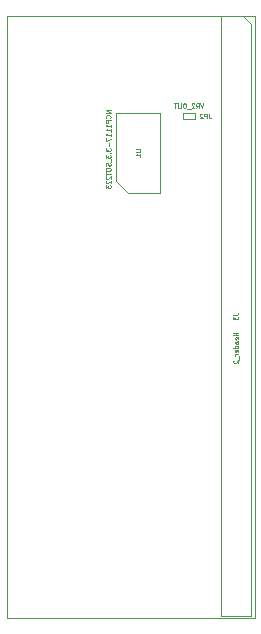
<source format=gbr>
G04 #@! TF.GenerationSoftware,KiCad,Pcbnew,(6.0.6)*
G04 #@! TF.CreationDate,2022-08-20T10:32:50+05:30*
G04 #@! TF.ProjectId,Mitayi-Pico-RP2040,4d697461-7969-42d5-9069-636f2d525032,0.2*
G04 #@! TF.SameCoordinates,PX848f8c0PY6ea0500*
G04 #@! TF.FileFunction,AssemblyDrawing,Bot*
%FSLAX46Y46*%
G04 Gerber Fmt 4.6, Leading zero omitted, Abs format (unit mm)*
G04 Created by KiCad (PCBNEW (6.0.6)) date 2022-08-20 10:32:50*
%MOMM*%
%LPD*%
G01*
G04 APERTURE LIST*
G04 #@! TA.AperFunction,Profile*
%ADD10C,0.100000*%
G04 #@! TD*
%ADD11C,0.080000*%
%ADD12C,0.100000*%
G04 APERTURE END LIST*
D10*
X0Y51000000D02*
X21000000Y51000000D01*
X21000000Y0D02*
X0Y0D01*
X21000000Y51000000D02*
X21000000Y0D01*
X0Y0D02*
X0Y51000000D01*
D11*
X8780952Y43006191D02*
X8380952Y43006191D01*
X8780952Y42777620D01*
X8380952Y42777620D01*
X8742857Y42358572D02*
X8761904Y42377620D01*
X8780952Y42434762D01*
X8780952Y42472858D01*
X8761904Y42530000D01*
X8723809Y42568096D01*
X8685714Y42587143D01*
X8609523Y42606191D01*
X8552380Y42606191D01*
X8476190Y42587143D01*
X8438095Y42568096D01*
X8400000Y42530000D01*
X8380952Y42472858D01*
X8380952Y42434762D01*
X8400000Y42377620D01*
X8419047Y42358572D01*
X8780952Y42187143D02*
X8380952Y42187143D01*
X8380952Y42034762D01*
X8400000Y41996667D01*
X8419047Y41977620D01*
X8457142Y41958572D01*
X8514285Y41958572D01*
X8552380Y41977620D01*
X8571428Y41996667D01*
X8590476Y42034762D01*
X8590476Y42187143D01*
X8780952Y41577620D02*
X8780952Y41806191D01*
X8780952Y41691905D02*
X8380952Y41691905D01*
X8438095Y41730000D01*
X8476190Y41768096D01*
X8495238Y41806191D01*
X8780952Y41196667D02*
X8780952Y41425239D01*
X8780952Y41310953D02*
X8380952Y41310953D01*
X8438095Y41349048D01*
X8476190Y41387143D01*
X8495238Y41425239D01*
X8780952Y40815715D02*
X8780952Y41044286D01*
X8780952Y40930000D02*
X8380952Y40930000D01*
X8438095Y40968096D01*
X8476190Y41006191D01*
X8495238Y41044286D01*
X8380952Y40682381D02*
X8380952Y40415715D01*
X8780952Y40587143D01*
X8628571Y40263334D02*
X8628571Y39958572D01*
X8380952Y39806191D02*
X8380952Y39558572D01*
X8533333Y39691905D01*
X8533333Y39634762D01*
X8552380Y39596667D01*
X8571428Y39577620D01*
X8609523Y39558572D01*
X8704761Y39558572D01*
X8742857Y39577620D01*
X8761904Y39596667D01*
X8780952Y39634762D01*
X8780952Y39749048D01*
X8761904Y39787143D01*
X8742857Y39806191D01*
X8742857Y39387143D02*
X8761904Y39368096D01*
X8780952Y39387143D01*
X8761904Y39406191D01*
X8742857Y39387143D01*
X8780952Y39387143D01*
X8380952Y39234762D02*
X8380952Y38987143D01*
X8533333Y39120477D01*
X8533333Y39063334D01*
X8552380Y39025239D01*
X8571428Y39006191D01*
X8609523Y38987143D01*
X8704761Y38987143D01*
X8742857Y39006191D01*
X8761904Y39025239D01*
X8780952Y39063334D01*
X8780952Y39177620D01*
X8761904Y39215715D01*
X8742857Y39234762D01*
X8819047Y38910953D02*
X8819047Y38606191D01*
X8761904Y38530000D02*
X8780952Y38472858D01*
X8780952Y38377620D01*
X8761904Y38339524D01*
X8742857Y38320477D01*
X8704761Y38301429D01*
X8666666Y38301429D01*
X8628571Y38320477D01*
X8609523Y38339524D01*
X8590476Y38377620D01*
X8571428Y38453810D01*
X8552380Y38491905D01*
X8533333Y38510953D01*
X8495238Y38530000D01*
X8457142Y38530000D01*
X8419047Y38510953D01*
X8400000Y38491905D01*
X8380952Y38453810D01*
X8380952Y38358572D01*
X8400000Y38301429D01*
X8380952Y38053810D02*
X8380952Y37977620D01*
X8400000Y37939524D01*
X8438095Y37901429D01*
X8514285Y37882381D01*
X8647619Y37882381D01*
X8723809Y37901429D01*
X8761904Y37939524D01*
X8780952Y37977620D01*
X8780952Y38053810D01*
X8761904Y38091905D01*
X8723809Y38130000D01*
X8647619Y38149048D01*
X8514285Y38149048D01*
X8438095Y38130000D01*
X8400000Y38091905D01*
X8380952Y38053810D01*
X8380952Y37768096D02*
X8380952Y37539524D01*
X8780952Y37653810D02*
X8380952Y37653810D01*
X8419047Y37425239D02*
X8400000Y37406191D01*
X8380952Y37368096D01*
X8380952Y37272858D01*
X8400000Y37234762D01*
X8419047Y37215715D01*
X8457142Y37196667D01*
X8495238Y37196667D01*
X8552380Y37215715D01*
X8780952Y37444286D01*
X8780952Y37196667D01*
X8419047Y37044286D02*
X8400000Y37025239D01*
X8380952Y36987143D01*
X8380952Y36891905D01*
X8400000Y36853810D01*
X8419047Y36834762D01*
X8457142Y36815715D01*
X8495238Y36815715D01*
X8552380Y36834762D01*
X8780952Y37063334D01*
X8780952Y36815715D01*
X8380952Y36682381D02*
X8380952Y36434762D01*
X8533333Y36568096D01*
X8533333Y36510953D01*
X8552380Y36472858D01*
X8571428Y36453810D01*
X8609523Y36434762D01*
X8704761Y36434762D01*
X8742857Y36453810D01*
X8761904Y36472858D01*
X8780952Y36510953D01*
X8780952Y36625239D01*
X8761904Y36663334D01*
X8742857Y36682381D01*
X10910952Y39704762D02*
X11234761Y39704762D01*
X11272857Y39685715D01*
X11291904Y39666667D01*
X11310952Y39628572D01*
X11310952Y39552381D01*
X11291904Y39514286D01*
X11272857Y39495239D01*
X11234761Y39476191D01*
X10910952Y39476191D01*
X11310952Y39076191D02*
X11310952Y39304762D01*
X11310952Y39190477D02*
X10910952Y39190477D01*
X10968095Y39228572D01*
X11006190Y39266667D01*
X11025238Y39304762D01*
X16647619Y43599048D02*
X16514285Y43199048D01*
X16380952Y43599048D01*
X16019047Y43199048D02*
X16152380Y43389524D01*
X16247619Y43199048D02*
X16247619Y43599048D01*
X16095238Y43599048D01*
X16057142Y43580000D01*
X16038095Y43560953D01*
X16019047Y43522858D01*
X16019047Y43465715D01*
X16038095Y43427620D01*
X16057142Y43408572D01*
X16095238Y43389524D01*
X16247619Y43389524D01*
X15866666Y43560953D02*
X15847619Y43580000D01*
X15809523Y43599048D01*
X15714285Y43599048D01*
X15676190Y43580000D01*
X15657142Y43560953D01*
X15638095Y43522858D01*
X15638095Y43484762D01*
X15657142Y43427620D01*
X15885714Y43199048D01*
X15638095Y43199048D01*
X15561904Y43160953D02*
X15257142Y43160953D01*
X15085714Y43599048D02*
X15009523Y43599048D01*
X14971428Y43580000D01*
X14933333Y43541905D01*
X14914285Y43465715D01*
X14914285Y43332381D01*
X14933333Y43256191D01*
X14971428Y43218096D01*
X15009523Y43199048D01*
X15085714Y43199048D01*
X15123809Y43218096D01*
X15161904Y43256191D01*
X15180952Y43332381D01*
X15180952Y43465715D01*
X15161904Y43541905D01*
X15123809Y43580000D01*
X15085714Y43599048D01*
X14742857Y43599048D02*
X14742857Y43275239D01*
X14723809Y43237143D01*
X14704761Y43218096D01*
X14666666Y43199048D01*
X14590476Y43199048D01*
X14552380Y43218096D01*
X14533333Y43237143D01*
X14514285Y43275239D01*
X14514285Y43599048D01*
X14380952Y43599048D02*
X14152380Y43599048D01*
X14266666Y43199048D02*
X14266666Y43599048D01*
X17133333Y42739048D02*
X17133333Y42453334D01*
X17152380Y42396191D01*
X17190476Y42358096D01*
X17247619Y42339048D01*
X17285714Y42339048D01*
X16942857Y42339048D02*
X16942857Y42739048D01*
X16790476Y42739048D01*
X16752380Y42720000D01*
X16733333Y42700953D01*
X16714285Y42662858D01*
X16714285Y42605715D01*
X16733333Y42567620D01*
X16752380Y42548572D01*
X16790476Y42529524D01*
X16942857Y42529524D01*
X16561904Y42700953D02*
X16542857Y42720000D01*
X16504761Y42739048D01*
X16409523Y42739048D01*
X16371428Y42720000D01*
X16352380Y42700953D01*
X16333333Y42662858D01*
X16333333Y42624762D01*
X16352380Y42567620D01*
X16580952Y42339048D01*
X16333333Y42339048D01*
X19590952Y24185715D02*
X19190952Y24185715D01*
X19381428Y24185715D02*
X19381428Y23957143D01*
X19590952Y23957143D02*
X19190952Y23957143D01*
X19571904Y23614286D02*
X19590952Y23652381D01*
X19590952Y23728572D01*
X19571904Y23766667D01*
X19533809Y23785715D01*
X19381428Y23785715D01*
X19343333Y23766667D01*
X19324285Y23728572D01*
X19324285Y23652381D01*
X19343333Y23614286D01*
X19381428Y23595239D01*
X19419523Y23595239D01*
X19457619Y23785715D01*
X19590952Y23252381D02*
X19381428Y23252381D01*
X19343333Y23271429D01*
X19324285Y23309524D01*
X19324285Y23385715D01*
X19343333Y23423810D01*
X19571904Y23252381D02*
X19590952Y23290477D01*
X19590952Y23385715D01*
X19571904Y23423810D01*
X19533809Y23442858D01*
X19495714Y23442858D01*
X19457619Y23423810D01*
X19438571Y23385715D01*
X19438571Y23290477D01*
X19419523Y23252381D01*
X19590952Y22890477D02*
X19190952Y22890477D01*
X19571904Y22890477D02*
X19590952Y22928572D01*
X19590952Y23004762D01*
X19571904Y23042858D01*
X19552857Y23061905D01*
X19514761Y23080953D01*
X19400476Y23080953D01*
X19362380Y23061905D01*
X19343333Y23042858D01*
X19324285Y23004762D01*
X19324285Y22928572D01*
X19343333Y22890477D01*
X19571904Y22547620D02*
X19590952Y22585715D01*
X19590952Y22661905D01*
X19571904Y22700000D01*
X19533809Y22719048D01*
X19381428Y22719048D01*
X19343333Y22700000D01*
X19324285Y22661905D01*
X19324285Y22585715D01*
X19343333Y22547620D01*
X19381428Y22528572D01*
X19419523Y22528572D01*
X19457619Y22719048D01*
X19590952Y22357143D02*
X19324285Y22357143D01*
X19400476Y22357143D02*
X19362380Y22338096D01*
X19343333Y22319048D01*
X19324285Y22280953D01*
X19324285Y22242858D01*
X19629047Y22204762D02*
X19629047Y21900000D01*
X19229047Y21823810D02*
X19210000Y21804762D01*
X19190952Y21766667D01*
X19190952Y21671429D01*
X19210000Y21633334D01*
X19229047Y21614286D01*
X19267142Y21595239D01*
X19305238Y21595239D01*
X19362380Y21614286D01*
X19590952Y21842858D01*
X19590952Y21595239D01*
X19180952Y25703334D02*
X19466666Y25703334D01*
X19523809Y25722381D01*
X19561904Y25760477D01*
X19580952Y25817620D01*
X19580952Y25855715D01*
X19180952Y25550953D02*
X19180952Y25303334D01*
X19333333Y25436667D01*
X19333333Y25379524D01*
X19352380Y25341429D01*
X19371428Y25322381D01*
X19409523Y25303334D01*
X19504761Y25303334D01*
X19542857Y25322381D01*
X19561904Y25341429D01*
X19580952Y25379524D01*
X19580952Y25493810D01*
X19561904Y25531905D01*
X19542857Y25550953D01*
D12*
X10280000Y36050000D02*
X12980000Y36050000D01*
X9280000Y37050000D02*
X10280000Y36050000D01*
X9280000Y37050000D02*
X9280000Y42750000D01*
X9280000Y42750000D02*
X12980000Y42750000D01*
X12980000Y36050000D02*
X12980000Y42750000D01*
X14875000Y42780000D02*
X14875000Y42240000D01*
X15925000Y42240000D02*
X15925000Y42780000D01*
X14875000Y42240000D02*
X15925000Y42240000D01*
X15925000Y42780000D02*
X14875000Y42780000D01*
X18130000Y50970000D02*
X18130000Y170000D01*
X20670000Y50335000D02*
X20035000Y50970000D01*
X18130000Y170000D02*
X20670000Y170000D01*
X20035000Y50970000D02*
X18130000Y50970000D01*
X20670000Y170000D02*
X20670000Y50335000D01*
M02*

</source>
